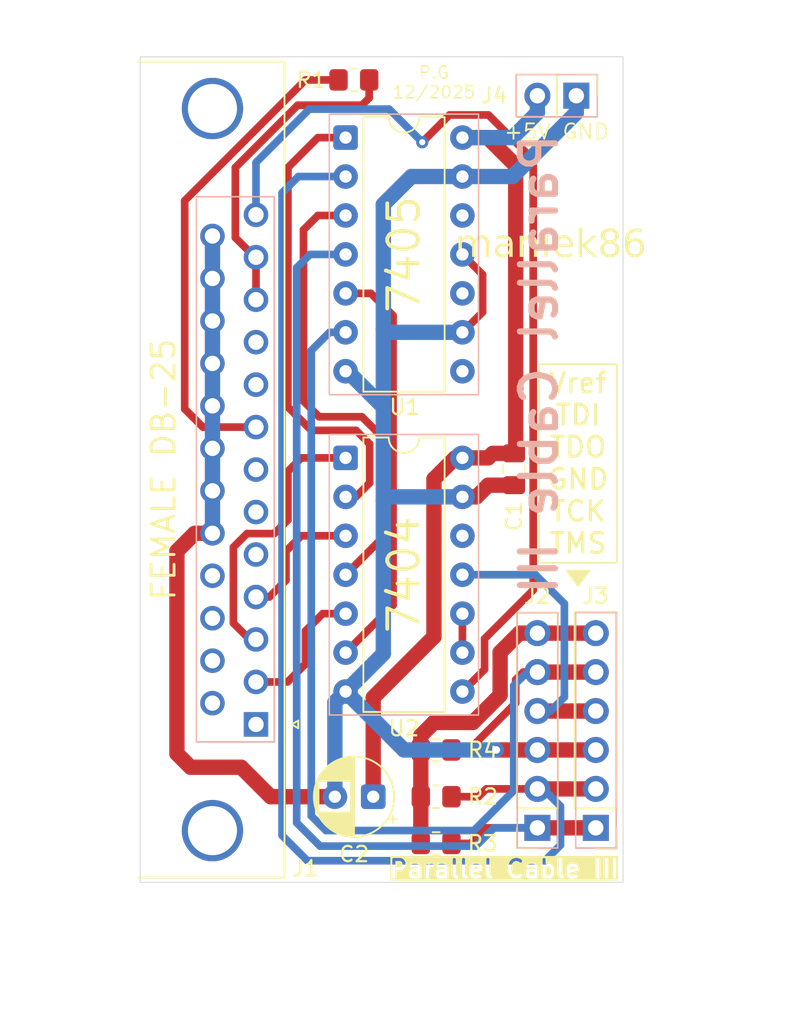
<source format=kicad_pcb>
(kicad_pcb (version 20241229) (generator "pcbnew") (generator_version "9.0")
  (layers (0 "F.Cu" signal) (2 "B.Cu" signal) (13 "F.Paste" user) (15 "B.Paste" user) (5 "F.SilkS" user "F.Silkscreen") (7 "B.SilkS" user "B.Silkscreen") (1 "F.Mask" user) (3 "B.Mask" user) (25 "Edge.Cuts" user))
  (net 0 "")
  (net 1 "+5V")
  (net 2 "GND")
  (net 4 "/LPT_TDO")
  (net 5 "/LPT_TMS")
  (net 10 "/LPT_TCK")
  (net 13 "Net-(J1-Pad8)")
  (net 16 "Net-(J1-Pad11)")
  (net 19 "/LPT_TDI")
  (net 21 "Vref")
  (net 22 "/TMS")
  (net 23 "/TCK")
  (net 24 "/TDO")
  (net 25 "/TDI")
  (net 29 "Net-(U1-Pad3)")
  (net 30 "Net-(U1-Pad5)")
  (net 31 "Net-(U1-Pad1)")
  (net 33 "Net-(U2-Pad10)")
  (footprint "Resistor_SMD:R_0805_2012Metric_Pad1.20x1.40mm_HandSolder" (layer "F.Cu") (at 171.085 121.936)
    (property "Reference" "R2" (at 3.048 0 0) (layer "F.SilkS"))
    (property "Value" "470")
    (fp_line (start -0.227064 -0.735) (end 0.227064 -0.735) (stroke (width 0.12)) (layer "F.SilkS"))
    (fp_line (start -0.227064 0.735) (end 0.227064 0.735) (stroke (width 0.12)) (layer "F.SilkS"))
    (pad "1" smd roundrect (at -1 0) (size 1.2 1.4) (layers "F.Cu" "F.Mask" "F.Paste") (roundrect_rratio 0.208333) (net 21 "Vref"))
    (pad "2" smd roundrect (at 1 0) (size 1.2 1.4) (layers "F.Cu" "F.Mask" "F.Paste") (roundrect_rratio 0.208333) (net 23 "/TCK"))
  )
  (footprint "Resistor_SMD:R_0805_2012Metric_Pad1.20x1.40mm_HandSolder" (layer "F.Cu") (at 171.085 124.984)
    (property "Reference" "R3" (at 3.032 0 0) (layer "F.SilkS"))
    (property "Value" "470")
    (fp_line (start -0.227064 -0.735) (end 0.227064 -0.735) (stroke (width 0.12)) (layer "F.SilkS"))
    (fp_line (start -0.227064 0.735) (end 0.227064 0.735) (stroke (width 0.12)) (layer "F.SilkS"))
    (pad "1" smd roundrect (at -1 0) (size 1.2 1.4) (layers "F.Cu" "F.Mask" "F.Paste") (roundrect_rratio 0.208333) (net 21 "Vref"))
    (pad "2" smd roundrect (at 1 0) (size 1.2 1.4) (layers "F.Cu" "F.Mask" "F.Paste") (roundrect_rratio 0.208333) (net 22 "/TMS"))
  )
  (footprint "Resistor_SMD:R_0805_2012Metric_Pad1.20x1.40mm_HandSolder" (layer "F.Cu") (at 171.085 118.888)
    (property "Reference" "R4" (at 3.048 0 0) (layer "F.SilkS"))
    (property "Value" "470")
    (fp_line (start -0.227064 -0.735) (end 0.227064 -0.735) (stroke (width 0.12)) (layer "F.SilkS"))
    (fp_line (start -0.227064 0.735) (end 0.227064 0.735) (stroke (width 0.12)) (layer "F.SilkS"))
    (pad "1" smd roundrect (at -1 0) (size 1.2 1.4) (layers "F.Cu" "F.Mask" "F.Paste") (roundrect_rratio 0.208333) (net 21 "Vref"))
    (pad "2" smd roundrect (at 1 0) (size 1.2 1.4) (layers "F.Cu" "F.Mask" "F.Paste") (roundrect_rratio 0.208333) (net 25 "/TDI"))
  )
  (footprint "Connector_PinHeader_2.54mm:PinHeader_1x06_P2.54mm_Vertical" (layer "F.Cu") (at 181.499 123.968 180)
    (property "Reference" "J3" (at 0.016 15.129 0) (layer "F.SilkS"))
    (property "Value" "Conn_01x06_Pin")
    (fp_line (start 1.38 1.27) (end 1.38 14.08) (stroke (width 0.12)) (layer "F.SilkS"))
    (fp_line (start -1.38 14.08) (end 1.38 14.08) (stroke (width 0.12)) (layer "F.SilkS"))
    (fp_line (start -1.38 1.27) (end 1.38 1.27) (stroke (width 0.12)) (layer "F.SilkS"))
    (fp_line (start -1.38 1.27) (end -1.38 14.08) (stroke (width 0.12)) (layer "F.SilkS"))
    (fp_line (start -1.38 0) (end -1.38 -1.38) (stroke (width 0.12)) (layer "F.SilkS"))
    (fp_line (start -1.38 -1.38) (end 0 -1.38) (stroke (width 0.12)) (layer "F.SilkS"))
    (pad "1" thru_hole rect (at 0 0 180) (size 1.7 1.7) (drill 1) (layers "*.Cu" "*.Mask") (net 22 "/TMS"))
    (pad "2" thru_hole circle (at 0 2.54 180) (size 1.7 1.7) (drill 1) (layers "*.Cu" "*.Mask") (net 23 "/TCK"))
    (pad "3" thru_hole circle (at 0 5.08 180) (size 1.7 1.7) (drill 1) (layers "*.Cu" "*.Mask") (net 2 "GND"))
    (pad "4" thru_hole circle (at 0 7.62 180) (size 1.7 1.7) (drill 1) (layers "*.Cu" "*.Mask") (net 24 "/TDO"))
    (pad "5" thru_hole circle (at 0 10.16 180) (size 1.7 1.7) (drill 1) (layers "*.Cu" "*.Mask") (net 25 "/TDI"))
    (pad "6" thru_hole circle (at 0 12.7 180) (size 1.7 1.7) (drill 1) (layers "*.Cu" "*.Mask") (net 21 "Vref"))
  )
  (footprint "Connector_PinHeader_2.54mm:PinHeader_1x02_P2.54mm_Vertical" (layer "F.Cu") (at 180.229 76.216 -90)
    (property "Reference" "J4" (at -0.016 5.35 0) (layer "F.SilkS"))
    (property "Value" "Conn_01x02_Pin")
    (fp_line (start -1.38 3.92) (end 1.38 3.92) (stroke (width 0.12)) (layer "F.SilkS"))
    (fp_line (start -1.38 1.27) (end -1.38 3.92) (stroke (width 0.12)) (layer "F.SilkS"))
    (fp_line (start -1.38 1.27) (end 1.38 1.27) (stroke (width 0.12)) (layer "F.SilkS"))
    (fp_line (start 1.38 1.27) (end 1.38 3.92) (stroke (width 0.12)) (layer "F.SilkS"))
    (fp_line (start -1.38 0) (end -1.38 -1.38) (stroke (width 0.12)) (layer "F.SilkS"))
    (fp_line (start -1.38 -1.38) (end 0 -1.38) (stroke (width 0.12)) (layer "F.SilkS"))
    (pad "1" thru_hole rect (at 0 0 270) (size 1.7 1.7) (drill 1) (layers "*.Cu" "*.Mask") (net 2 "GND"))
    (pad "2" thru_hole circle (at 0 2.54 270) (size 1.7 1.7) (drill 1) (layers "*.Cu" "*.Mask") (net 1 "+5V"))
  )
  (footprint "Package_DIP:DIP-14_W7.62mm" (layer "F.Cu") (at 165.1795 78.9465)
    (property "Reference" "U1" (at 3.8575 17.5735 0) (layer "F.SilkS"))
    (property "Value" "74LS05")
    (fp_line (start 1.16 -1.33) (end 1.16 16.57) (stroke (width 0.12)) (layer "F.SilkS"))
    (fp_line (start 1.16 16.57) (end 6.46 16.57) (stroke (width 0.12)) (layer "F.SilkS"))
    (fp_line (start 2.81 -1.33) (end 1.16 -1.33) (stroke (width 0.12)) (layer "F.SilkS"))
    (fp_line (start 6.46 -1.33) (end 4.81 -1.33) (stroke (width 0.12)) (layer "F.SilkS"))
    (fp_line (start 6.46 16.57) (end 6.46 -1.33) (stroke (width 0.12)) (layer "F.SilkS"))
    (fp_arc (start 4.81 -1.33) (mid 3.81 -0.33) (end 2.81 -1.33) (stroke (width 0.12)) (layer "F.SilkS"))
    (pad "1" thru_hole roundrect (at 0 0) (size 1.6 1.6) (drill 0.8) (layers "*.Cu" "*.Mask") (roundrect_rratio 0.15625) (net 31 "Net-(U1-Pad1)"))
    (pad "2" thru_hole circle (at 0 2.54) (size 1.6 1.6) (drill 0.8) (layers "*.Cu" "*.Mask") (net 23 "/TCK"))
    (pad "3" thru_hole circle (at 0 5.08) (size 1.6 1.6) (drill 0.8) (layers "*.Cu" "*.Mask") (net 29 "Net-(U1-Pad3)"))
    (pad "4" thru_hole circle (at 0 7.62) (size 1.6 1.6) (drill 0.8) (layers "*.Cu" "*.Mask") (net 22 "/TMS"))
    (pad "5" thru_hole circle (at 0 10.16) (size 1.6 1.6) (drill 0.8) (layers "*.Cu" "*.Mask") (net 30 "Net-(U1-Pad5)"))
    (pad "6" thru_hole circle (at 0 12.7) (size 1.6 1.6) (drill 0.8) (layers "*.Cu" "*.Mask") (net 25 "/TDI"))
    (pad "7" thru_hole circle (at 0 15.24) (size 1.6 1.6) (drill 0.8) (layers "*.Cu" "*.Mask") (net 2 "GND"))
    (pad "8" thru_hole circle (at 7.62 15.24) (size 1.6 1.6) (drill 0.8) (layers "*.Cu" "*.Mask"))
    (pad "9" thru_hole circle (at 7.62 12.7) (size 1.6 1.6) (drill 0.8) (layers "*.Cu" "*.Mask") (net 2 "GND"))
    (pad "10" thru_hole circle (at 7.62 10.16) (size 1.6 1.6) (drill 0.8) (layers "*.Cu" "*.Mask"))
    (pad "11" thru_hole circle (at 7.62 7.62) (size 1.6 1.6) (drill 0.8) (layers "*.Cu" "*.Mask") (net 2 "GND"))
    (pad "12" thru_hole circle (at 7.62 5.08) (size 1.6 1.6) (drill 0.8) (layers "*.Cu" "*.Mask"))
    (pad "13" thru_hole circle (at 7.62 2.54) (size 1.6 1.6) (drill 0.8) (layers "*.Cu" "*.Mask") (net 2 "GND"))
    (pad "14" thru_hole circle (at 7.62 0) (size 1.6 1.6) (drill 0.8) (layers "*.Cu" "*.Mask") (net 1 "+5V"))
  )
  (footprint "Resistor_SMD:R_0805_2012Metric_Pad1.20x1.40mm_HandSolder" (layer "F.Cu") (at 165.719 75.184)
    (property "Reference" "R1" (at -2.778 0 0) (layer "F.SilkS"))
    (property "Value" "100")
    (fp_line (start -0.227064 -0.735) (end 0.227064 -0.735) (stroke (width 0.12)) (layer "F.SilkS"))
    (fp_line (start -0.227064 0.735) (end 0.227064 0.735) (stroke (width 0.12)) (layer "F.SilkS"))
    (pad "1" smd roundrect (at -1 0) (size 1.2 1.4) (layers "F.Cu" "F.Mask" "F.Paste") (roundrect_rratio 0.208333) (net 13 "Net-(J1-Pad8)"))
    (pad "2" smd roundrect (at 1 0) (size 1.2 1.4) (layers "F.Cu" "F.Mask" "F.Paste") (roundrect_rratio 0.208333) (net 16 "Net-(J1-Pad11)"))
  )
  (footprint "Connector_Dsub:DSUB-25_Socket_Horizontal_P2.77x2.84mm_EdgePinOffset4.94mm_Housed_MountingHolesOffset4.94mm" (layer "F.Cu") (at 159.335331 117.22 -90)
    (property "Reference" "J1" (at 9.399 -3.224669 0) (layer "F.SilkS"))
    (property "Value" "DB25_Socket_MountingHoles")
    (fp_line (start -43.23 7.72) (end -43.23 -1.86) (stroke (width 0.12)) (layer "F.SilkS"))
    (fp_line (start -43.23 -1.86) (end 9.99 -1.86) (stroke (width 0.12)) (layer "F.SilkS"))
    (fp_line (start 9.99 -1.86) (end 9.99 7.72) (stroke (width 0.12)) (layer "F.SilkS"))
    (fp_line (start 0 -2.321325) (end -0.25 -2.754338) (stroke (width 0.12)) (layer "F.SilkS"))
    (fp_line (start -0.25 -2.754338) (end 0.25 -2.754338) (stroke (width 0.12)) (layer "F.SilkS"))
    (fp_line (start 0.25 -2.754338) (end 0 -2.321325) (stroke (width 0.12)) (layer "F.SilkS"))
    (pad "0" thru_hole circle (at -40.17 2.84 270) (size 4 4) (drill 3.2) (layers "*.Cu" "*.Mask"))
    (pad "0" thru_hole circle (at 6.93 2.84 270) (size 4 4) (drill 3.2) (layers "*.Cu" "*.Mask"))
    (pad "1" thru_hole rect (at 0 0 270) (size 1.6 1.6) (drill 1) (layers "*.Cu" "*.Mask"))
    (pad "2" thru_hole circle (at -2.77 0 270) (size 1.6 1.6) (drill 1) (layers "*.Cu" "*.Mask") (net 19 "/LPT_TDI"))
    (pad "3" thru_hole circle (at -5.54 0 270) (size 1.6 1.6) (drill 1) (layers "*.Cu" "*.Mask") (net 10 "/LPT_TCK"))
    (pad "4" thru_hole circle (at -8.31 0 270) (size 1.6 1.6) (drill 1) (layers "*.Cu" "*.Mask") (net 5 "/LPT_TMS"))
    (pad "5" thru_hole circle (at -11.08 0 270) (size 1.6 1.6) (drill 1) (layers "*.Cu" "*.Mask"))
    (pad "6" thru_hole circle (at -13.85 0 270) (size 1.6 1.6) (drill 1) (layers "*.Cu" "*.Mask"))
    (pad "7" thru_hole circle (at -16.62 0 270) (size 1.6 1.6) (drill 1) (layers "*.Cu" "*.Mask"))
    (pad "8" thru_hole circle (at -19.39 0 270) (size 1.6 1.6) (drill 1) (layers "*.Cu" "*.Mask") (net 13 "Net-(J1-Pad8)"))
    (pad "9" thru_hole circle (at -22.16 0 270) (size 1.6 1.6) (drill 1) (layers "*.Cu" "*.Mask"))
    (pad "10" thru_hole circle (at -24.93 0 270) (size 1.6 1.6) (drill 1) (layers "*.Cu" "*.Mask"))
    (pad "11" thru_hole circle (at -27.7 0 270) (size 1.6 1.6) (drill 1) (layers "*.Cu" "*.Mask") (net 16 "Net-(J1-Pad11)"))
    (pad "12" thru_hole circle (at -30.47 0 270) (size 1.6 1.6) (drill 1) (layers "*.Cu" "*.Mask") (net 16 "Net-(J1-Pad11)"))
    (pad "13" thru_hole circle (at -33.24 0 270) (size 1.6 1.6) (drill 1) (layers "*.Cu" "*.Mask") (net 4 "/LPT_TDO"))
    (pad "14" thru_hole circle (at -1.385 2.84 270) (size 1.6 1.6) (drill 1) (layers "*.Cu" "*.Mask"))
    (pad "15" thru_hole circle (at -4.155 2.84 270) (size 1.6 1.6) (drill 1) (layers "*.Cu" "*.Mask"))
    (pad "16" thru_hole circle (at -6.925 2.84 270) (size 1.6 1.6) (drill 1) (layers "*.Cu" "*.Mask"))
    (pad "17" thru_hole circle (at -9.695 2.84 270) (size 1.6 1.6) (drill 1) (layers "*.Cu" "*.Mask"))
    (pad "18" thru_hole circle (at -12.465 2.84 270) (size 1.6 1.6) (drill 1) (layers "*.Cu" "*.Mask") (net 2 "GND"))
    (pad "19" thru_hole circle (at -15.235 2.84 270) (size 1.6 1.6) (drill 1) (layers "*.Cu" "*.Mask") (net 2 "GND"))
    (pad "20" thru_hole circle (at -18.005 2.84 270) (size 1.6 1.6) (drill 1) (layers "*.Cu" "*.Mask") (net 2 "GND"))
    (pad "21" thru_hole circle (at -20.775 2.84 270) (size 1.6 1.6) (drill 1) (layers "*.Cu" "*.Mask") (net 2 "GND"))
    (pad "22" thru_hole circle (at -23.545 2.84 270) (size 1.6 1.6) (drill 1) (layers "*.Cu" "*.Mask") (net 2 "GND"))
    (pad "23" thru_hole circle (at -26.315 2.84 270) (size 1.6 1.6) (drill 1) (layers "*.Cu" "*.Mask") (net 2 "GND"))
    (pad "24" thru_hole circle (at -29.085 2.84 270) (size 1.6 1.6) (drill 1) (layers "*.Cu" "*.Mask") (net 2 "GND"))
    (pad "25" thru_hole circle (at -31.855 2.84 270) (size 1.6 1.6) (drill 1) (layers "*.Cu" "*.Mask") (net 2 "GND"))
  )
  (footprint "Connector_PinSocket_2.54mm:PinSocket_1x06_P2.54mm_Vertical" (layer "F.Cu") (at 177.689 123.968 180)
    (property "Reference" "J2" (at 0 15.129 0) (layer "F.SilkS"))
    (property "Value" "Conn_01x06_Socket")
    (fp_line (start 1.33 1.27) (end 1.33 14.03) (stroke (width 0.12)) (layer "F.SilkS"))
    (fp_line (start 1.33 -1.33) (end 1.33 0) (stroke (width 0.12)) (layer "F.SilkS"))
    (fp_line (start 0 -1.33) (end 1.33 -1.33) (stroke (width 0.12)) (layer "F.SilkS"))
    (fp_line (start -1.33 14.03) (end 1.33 14.03) (stroke (width 0.12)) (layer "F.SilkS"))
    (fp_line (start -1.33 1.27) (end 1.33 1.27) (stroke (width 0.12)) (layer "F.SilkS"))
    (fp_line (start -1.33 1.27) (end -1.33 14.03) (stroke (width 0.12)) (layer "F.SilkS"))
    (pad "1" thru_hole rect (at 0 0 180) (size 1.7 1.7) (drill 1) (layers "*.Cu" "*.Mask") (net 22 "/TMS"))
    (pad "2" thru_hole circle (at 0 2.54 180) (size 1.7 1.7) (drill 1) (layers "*.Cu" "*.Mask") (net 23 "/TCK"))
    (pad "3" thru_hole circle (at 0 5.08 180) (size 1.7 1.7) (drill 1) (layers "*.Cu" "*.Mask") (net 2 "GND"))
    (pad "4" thru_hole circle (at 0 7.62 180) (size 1.7 1.7) (drill 1) (layers "*.Cu" "*.Mask") (net 24 "/TDO"))
    (pad "5" thru_hole circle (at 0 10.16 180) (size 1.7 1.7) (drill 1) (layers "*.Cu" "*.Mask") (net 25 "/TDI"))
    (pad "6" thru_hole circle (at 0 12.7 180) (size 1.7 1.7) (drill 1) (layers "*.Cu" "*.Mask") (net 21 "Vref"))
  )
  (footprint "Capacitor_SMD:C_0805_2012Metric_Pad1.18x1.45mm_HandSolder" (layer "F.Cu") (at 176.165 100.5785 -90)
    (property "Reference" "C1" (at 3.0695 0 90) (layer "F.SilkS"))
    (property "Value" "100n")
    (fp_line (start -0.261252 0.735) (end 0.261252 0.735) (stroke (width 0.12)) (layer "F.SilkS"))
    (fp_line (start -0.261252 -0.735) (end 0.261252 -0.735) (stroke (width 0.12)) (layer "F.SilkS"))
    (pad "1" smd roundrect (at -1.0375 0 270) (size 1.175 1.45) (layers "F.Cu" "F.Mask" "F.Paste") (roundrect_rratio 0.212766) (net 1 "+5V"))
    (pad "2" smd roundrect (at 1.0375 0 270) (size 1.175 1.45) (layers "F.Cu" "F.Mask" "F.Paste") (roundrect_rratio 0.212766) (net 2 "GND"))
  )
  (footprint "Capacitor_THT:CP_Radial_D5.0mm_P2.50mm" (layer "F.Cu") (at 166.981 121.936 180)
    (property "Reference" "C2" (at 1.25 -3.75 0) (layer "F.SilkS"))
    (property "Value" "10u")
    (fp_line (start 3.85 -0.283) (end 3.85 0.283) (stroke (width 0.12)) (layer "F.SilkS"))
    (fp_line (start 3.81 -0.517) (end 3.81 0.517) (stroke (width 0.12)) (layer "F.SilkS"))
    (fp_line (start 3.77 -0.677) (end 3.77 0.677) (stroke (width 0.12)) (layer "F.SilkS"))
    (fp_line (start 3.73 -0.805) (end 3.73 0.805) (stroke (width 0.12)) (layer "F.SilkS"))
    (fp_line (start 3.69 -0.914) (end 3.69 0.914) (stroke (width 0.12)) (layer "F.SilkS"))
    (fp_line (start 3.65 -1.011) (end 3.65 1.011) (stroke (width 0.12)) (layer "F.SilkS"))
    (fp_line (start 3.61 -1.098) (end 3.61 1.098) (stroke (width 0.12)) (layer "F.SilkS"))
    (fp_line (start 3.57 -1.177) (end 3.57 1.177) (stroke (width 0.12)) (layer "F.SilkS"))
    (fp_line (start 3.53 1.04) (end 3.53 1.251) (stroke (width 0.12)) (layer "F.SilkS"))
    (fp_line (start 3.53 -1.251) (end 3.53 -1.04) (stroke (width 0.12)) (layer "F.SilkS"))
    (fp_line (start 3.49 1.04) (end 3.49 1.319) (stroke (width 0.12)) (layer "F.SilkS"))
    (fp_line (start 3.49 -1.319) (end 3.49 -1.04) (stroke (width 0.12)) (layer "F.SilkS"))
    (fp_line (start 3.45 1.04) (end 3.45 1.383) (stroke (width 0.12)) (layer "F.SilkS"))
    (fp_line (start 3.45 -1.383) (end 3.45 -1.04) (stroke (width 0.12)) (layer "F.SilkS"))
    (fp_line (start 3.41 1.04) (end 3.41 1.443) (stroke (width 0.12)) (layer "F.SilkS"))
    (fp_line (start 3.41 -1.443) (end 3.41 -1.04) (stroke (width 0.12)) (layer "F.SilkS"))
    (fp_line (start 3.37 1.04) (end 3.37 1.499) (stroke (width 0.12)) (layer "F.SilkS"))
    (fp_line (start 3.37 -1.499) (end 3.37 -1.04) (stroke (width 0.12)) (layer "F.SilkS"))
    (fp_line (start 3.33 1.04) (end 3.33 1.553) (stroke (width 0.12)) (layer "F.SilkS"))
    (fp_line (start 3.33 -1.553) (end 3.33 -1.04) (stroke (width 0.12)) (layer "F.SilkS"))
    (fp_line (start 3.29 1.04) (end 3.29 1.604) (stroke (width 0.12)) (layer "F.SilkS"))
    (fp_line (start 3.29 -1.604) (end 3.29 -1.04) (stroke (width 0.12)) (layer "F.SilkS"))
    (fp_line (start 3.25 1.04) (end 3.25 1.652) (stroke (width 0.12)) (layer "F.SilkS"))
    (fp_line (start 3.25 -1.652) (end 3.25 -1.04) (stroke (width 0.12)) (layer "F.SilkS"))
    (fp_line (start 3.21 1.04) (end 3.21 1.699) (stroke (width 0.12)) (layer "F.SilkS"))
    (fp_line (start 3.21 -1.699) (end 3.21 -1.04) (stroke (width 0.12)) (layer "F.SilkS"))
    (fp_line (start 3.17 1.04) (end 3.17 1.743) (stroke (width 0.12)) (layer "F.SilkS"))
    (fp_line (start 3.17 -1.743) (end 3.17 -1.04) (stroke (width 0.12)) (layer "F.SilkS"))
    (fp_line (start 3.13 1.04) (end 3.13 1.785) (stroke (width 0.12)) (layer "F.SilkS"))
    (fp_line (start 3.13 -1.785) (end 3.13 -1.04) (stroke (width 0.12)) (layer "F.SilkS"))
    (fp_line (start 3.09 1.04) (end 3.09 1.825) (stroke (width 0.12)) (layer "F.SilkS"))
    (fp_line (start 3.09 -1.825) (end 3.09 -1.04) (stroke (width 0.12)) (layer "F.SilkS"))
    (fp_line (start 3.05 1.04) (end 3.05 1.864) (stroke (width 0.12)) (layer "F.SilkS"))
    (fp_line (start 3.05 -1.864) (end 3.05 -1.04) (stroke (width 0.12)) (layer "F.SilkS"))
    (fp_line (start 3.01 1.04) (end 3.01 1.901) (stroke (width 0.12)) (layer "F.SilkS"))
    (fp_line (start 3.01 -1.901) (end 3.01 -1.04) (stroke (width 0.12)) (layer "F.SilkS"))
    (fp_line (start 2.97 1.04) (end 2.97 1.936) (stroke (width 0.12)) (layer "F.SilkS"))
    (fp_line (start 2.97 -1.936) (end 2.97 -1.04) (stroke (width 0.12)) (layer "F.SilkS"))
    (fp_line (start 2.93 1.04) (end 2.93 1.97) (stroke (width 0.12)) (layer "F.SilkS"))
    (fp_line (start 2.93 -1.97) (end 2.93 -1.04) (stroke (width 0.12)) (layer "F.SilkS"))
    (fp_line (start 2.89 1.04) (end 2.89 2.003) (stroke (width 0.12)) (layer "F.SilkS"))
    (fp_line (start 2.89 -2.003) (end 2.89 -1.04) (stroke (width 0.12)) (layer "F.SilkS"))
    (fp_line (start 2.85 1.04) (end 2.85 2.035) (stroke (width 0.12)) (layer "F.SilkS"))
    (fp_line (start 2.85 -2.035) (end 2.85 -1.04) (stroke (width 0.12)) (layer "F.SilkS"))
    (fp_line (start 2.81 1.04) (end 2.81 2.065) (stroke (width 0.12)) (layer "F.SilkS"))
    (fp_line (start 2.81 -2.065) (end 2.81 -1.04) (stroke (width 0.12)) (layer "F.SilkS"))
    (fp_line (start 2.77 1.04) (end 2.77 2.094) (stroke (width 0.12)) (layer "F.SilkS"))
    (fp_line (start 2.77 -2.094) (end 2.77 -1.04) (stroke (width 0.12)) (layer "F.SilkS"))
    (fp_line (start 2.73 1.04) (end 2.73 2.122) (stroke (width 0.12)) (layer "F.SilkS"))
    (fp_line (start 2.73 -2.122) (end 2.73 -1.04) (stroke (width 0.12)) (layer "F.SilkS"))
    (fp_line (start 2.69 1.04) (end 2.69 2.149) (stroke (width 0.12)) (layer "F.SilkS"))
    (fp_line (start 2.69 -2.149) (end 2.69 -1.04) (stroke (width 0.12)) (layer "F.SilkS"))
    (fp_line (start 2.65 1.04) (end 2.65 2.175) (stroke (width 0.12)) (layer "F.SilkS"))
    (fp_line (start 2.65 -2.175) (end 2.65 -1.04) (stroke (width 0.12)) (layer "F.SilkS"))
    (fp_line (start 2.61 1.04) (end 2.61 2.199) (stroke (width 0.12)) (layer "F.SilkS"))
    (fp_line (start 2.61 -2.199) (end 2.61 -1.04) (stroke (width 0.12)) (layer "F.SilkS"))
    (fp_line (start 2.57 1.04) (end 2.57 2.223) (stroke (width 0.12)) (layer "F.SilkS"))
    (fp_line (start 2.57 -2.223) (end 2.57 -1.04) (stroke (width 0.12)) (layer "F.SilkS"))
    (fp_line (start 2.53 1.04) (end 2.53 2.246) (stroke (width 0.12)) (layer "F.SilkS"))
    (fp_line (start 2.53 -2.246) (end 2.53 -1.04) (stroke (width 0.12)) (layer "F.SilkS"))
    (fp_line (start 2.49 1.04) (end 2.49 2.268) (stroke (width 0.12)) (layer "F.SilkS"))
    (fp_line (start 2.49 -2.268) (end 2.49 -1.04) (stroke (width 0.12)) (layer "F.SilkS"))
    (fp_line (start 2.45 1.04) (end 2.45 2.289) (stroke (width 0.12)) (layer "F.SilkS"))
    (fp_line (start 2.45 -2.289) (end 2.45 -1.04) (stroke (width 0.12)) (layer "F.SilkS"))
    (fp_line (start 2.41 1.04) (end 2.41 2.309) (stroke (width 0.12)) (layer "F.SilkS"))
    (fp_line (start 2.41 -2.309) (end 2.41 -1.04) (stroke (width 0.12)) (layer "F.SilkS"))
    (fp_line (start 2.37 1.04) (end 2.37 2.329) (stroke (width 0.12)) (layer "F.SilkS"))
    (fp_line (start 2.37 -2.329) (end 2.37 -1.04) (stroke (width 0.12)) (layer "F.SilkS"))
    (fp_line (start 2.33 1.04) (end 2.33 2.347) (stroke (width 0.12)) (layer "F.SilkS"))
    (fp_line (start 2.33 -2.347) (end 2.33 -1.04) (stroke (width 0.12)) (layer "F.SilkS"))
    (fp_line (start 2.29 1.04) (end 2.29 2.365) (stroke (width 0.12)) (layer "F.SilkS"))
    (fp_line (start 2.29 -2.365) (end 2.29 -1.04) (stroke (width 0.12)) (layer "F.SilkS"))
    (fp_line (start 2.25 1.04) (end 2.25 2.382) (stroke (width 0.12)) (layer "F.SilkS"))
    (fp_line (start 2.25 -2.382) (end 2.25 -1.04) (stroke (width 0.12)) (layer "F.SilkS"))
    (fp_line (start 2.21 1.04) (end 2.21 2.398) (stroke (width 0.12)) (layer "F.SilkS"))
    (fp_line (start 2.21 -2.398) (end 2.21 -1.04) (stroke (width 0.12)) (layer "F.SilkS"))
    (fp_line (start 2.17 1.04) (end 2.17 2.413) (stroke (width 0.12)) (layer "F.SilkS"))
    (fp_line (start 2.17 -2.413) (end 2.17 -1.04) (stroke (width 0.12)) (layer "F.SilkS"))
    (fp_line (start 2.13 1.04) (end 2.13 2.428) (stroke (width 0.12)) (layer "F.SilkS"))
    (fp_line (start 2.13 -2.428) (end 2.13 -1.04) (stroke (width 0.12)) (layer "F.SilkS"))
    (fp_line (start 2.09 1.04) (end 2.09 2.442) (stroke (width 0.12)) (layer "F.SilkS"))
    (fp_line (start 2.09 -2.442) (end 2.09 -1.04) (stroke (width 0.12)) (layer "F.SilkS"))
    (fp_line (start 2.05 1.04) (end 2.05 2.455) (stroke (width 0.12)) (layer "F.SilkS"))
    (fp_line (start 2.05 -2.455) (end 2.05 -1.04) (stroke (width 0.12)) (layer "F.SilkS"))
    (fp_line (start 2.01 1.04) (end 2.01 2.467) (stroke (width 0.12)) (layer "F.SilkS"))
    (fp_line (start 2.01 -2.467) (end 2.01 -1.04) (stroke (width 0.12)) (layer "F.SilkS"))
    (fp_line (start 1.97 1.04) (end 1.97 2.479) (stroke (width 0.12)) (layer "F.SilkS"))
    (fp_line (start 1.97 -2.479) (end 1.97 -1.04) (stroke (width 0.12)) (layer "F.SilkS"))
    (fp_line (start 1.93 1.04) (end 1.93 2.49) (stroke (width 0.12)) (layer "F.SilkS"))
    (fp_line (start 1.93 -2.49) (end 1.93 -1.04) (stroke (width 0.12)) (layer "F.SilkS"))
    (fp_line (start 1.89 1.04) (end 1.89 2.501) (stroke (width 0.12)) (layer "F.SilkS"))
    (fp_line (start 1.89 -2.501) (end 1.89 -1.04) (stroke (width 0.12)) (layer "F.SilkS"))
    (fp_line (start 1.85 1.04) (end 1.85 2.51) (stroke (width 0.12)) (layer "F.SilkS"))
    (fp_line (start 1.85 -2.51) (end 1.85 -1.04) (stroke (width 0.12)) (layer "F.SilkS"))
    (fp_line (start 1.81 1.04) (end 1.81 2.519) (stroke (width 0.12)) (layer "F.SilkS"))
    (fp_line (start 1.81 -2.519) (end 1.81 -1.04) (stroke (width 0.12)) (layer "F.SilkS"))
    (fp_line (start 1.77 1.04) (end 1.77 2.528) (stroke (width 0.12)) (layer "F.SilkS"))
    (fp_line (start 1.77 -2.528) (end 1.77 -1.04) (stroke (width 0.12)) (layer "F.SilkS"))
    (fp_line (start 1.73 1.04) (end 1.73 2.536) (stroke (width 0.12)) (layer "F.SilkS"))
    (fp_line (start 1.73 -2.536) (end 1.73 -1.04) (stroke (width 0.12)) (layer "F.SilkS"))
    (fp_line (start 1.69 1.04) (end 1.69 2.543) (stroke (width 0.12)) (layer "F.SilkS"))
    (fp_line (start 1.69 -2.543) (end 1.69 -1.04) (stroke (width 0.12)) (layer "F.SilkS"))
    (fp_line (start 1.65 1.04) (end 1.65 2.549) (stroke (width 0.12)) (layer "F.SilkS"))
    (fp_line (start 1.65 -2.549) (end 1.65 -1.04) (stroke (width 0.12)) (layer "F.SilkS"))
    (fp_line (start 1.61 1.04) (end 1.61 2.555) (stroke (width 0.12)) (layer "F.SilkS"))
    (fp_line (start 1.61 -2.555) (end 1.61 -1.04) (stroke (width 0.12)) (layer "F.SilkS"))
    (fp_line (start 1.57 1.04) (end 1.57 2.56) (stroke (width 0.12)) (layer "F.SilkS"))
    (fp_line (start 1.57 -2.56) (end 1.57 -1.04) (stroke (width 0.12)) (layer "F.SilkS"))
    (fp_line (start 1.53 1.04) (end 1.53 2.565) (stroke (width 0.12)) (layer "F.SilkS"))
    (fp_line (start 1.53 -2.565) (end 1.53 -1.04) (stroke (width 0.12)) (layer "F.SilkS"))
    (fp_line (start 1.49 1.04) (end 1.49 2.569) (stroke (width 0.12)) (layer "F.SilkS"))
    (fp_line (start 1.49 -2.569) (end 1.49 -1.04) (stroke (width 0.12)) (layer "F.SilkS"))
    (fp_line (start 1.45 -2.572) (end 1.45 2.572) (stroke (width 0.12)) (layer "F.SilkS"))
    (fp_line (start 1.41 -2.575) (end 1.41 2.575) (stroke (width 0.12)) (layer "F.SilkS"))
    (fp_line (start 1.37 -2.577) (end 1.37 2.577) (stroke (width 0.12)) (layer "F.SilkS"))
    (fp_line (start 1.33 -2.579) (end 1.33 2.579) (stroke (width 0.12)) (layer "F.SilkS"))
    (fp_line (start 1.29 -2.58) (end 1.29 2.58) (stroke (width 0.12)) (layer "F.SilkS"))
    (fp_line (start 1.25 -2.58) (end 1.25 2.58) (stroke (width 0.12)) (layer "F.SilkS"))
    (fp_line (start -1.304775 -1.725) (end -1.304775 -1.225) (stroke (width 0.12)) (layer "F.SilkS"))
    (fp_line (start -1.554775 -1.475) (end -1.054775 -1.475) (stroke (width 0.12)) (layer "F.SilkS"))
    (fp_circle (center 1.25 0) (end 3.87 0) (stroke (width 0.12)) (fill no) (layer "F.SilkS"))
    (pad "1" thru_hole roundrect (at 0 0 180) (size 1.6 1.6) (drill 0.8) (layers "*.Cu" "*.Mask") (roundrect_rratio 0.15625) (net 1 "+5V"))
    (pad "2" thru_hole circle (at 2.5 0 180) (size 1.6 1.6) (drill 0.8) (layers "*.Cu" "*.Mask") (net 2 "GND"))
  )
  (footprint "Package_DIP:DIP-14_W7.62mm" (layer "F.Cu") (at 165.1795 99.838)
    (property "Reference" "U2" (at 3.805 17.637 0) (layer "F.SilkS"))
    (property "Value" "74LS04")
    (fp_line (start 1.16 -1.33) (end 1.16 16.57) (stroke (width 0.12)) (layer "F.SilkS"))
    (fp_line (start 1.16 16.57) (end 6.46 16.57) (stroke (width 0.12)) (layer "F.SilkS"))
    (fp_line (start 2.81 -1.33) (end 1.16 -1.33) (stroke (width 0.12)) (layer "F.SilkS"))
    (fp_line (start 6.46 -1.33) (end 4.81 -1.33) (stroke (width 0.12)) (layer "F.SilkS"))
    (fp_line (start 6.46 16.57) (end 6.46 -1.33) (stroke (width 0.12)) (layer "F.SilkS"))
    (fp_arc (start 4.81 -1.33) (mid 3.81 -0.33) (end 2.81 -1.33) (stroke (width 0.12)) (layer "F.SilkS"))
    (pad "1" thru_hole roundrect (at 0 0) (size 1.6 1.6) (drill 0.8) (layers "*.Cu" "*.Mask") (roundrect_rratio 0.15625) (net 10 "/LPT_TCK"))
    (pad "2" thru_hole circle (at 0 2.54) (size 1.6 1.6) (drill 0.8) (layers "*.Cu" "*.Mask") (net 31 "Net-(U1-Pad1)"))
    (pad "3" thru_hole circle (at 0 5.08) (size 1.6 1.6) (drill 0.8) (layers "*.Cu" "*.Mask") (net 5 "/LPT_TMS"))
    (pad "4" thru_hole circle (at 0 7.62) (size 1.6 1.6) (drill 0.8) (layers "*.Cu" "*.Mask") (net 29 "Net-(U1-Pad3)"))
    (pad "5" thru_hole circle (at 0 10.16) (size 1.6 1.6) (drill 0.8) (layers "*.Cu" "*.Mask") (net 19 "/LPT_TDI"))
    (pad "6" thru_hole circle (at 0 12.7) (size 1.6 1.6) (drill 0.8) (layers "*.Cu" "*.Mask") (net 30 "Net-(U1-Pad5)"))
    (pad "7" thru_hole circle (at 0 15.24) (size 1.6 1.6) (drill 0.8) (layers "*.Cu" "*.Mask") (net 2 "GND"))
    (pad "8" thru_hole circle (at 7.62 15.24) (size 1.6 1.6) (drill 0.8) (layers "*.Cu" "*.Mask") (net 4 "/LPT_TDO"))
    (pad "9" thru_hole circle (at 7.62 12.7) (size 1.6 1.6) (drill 0.8) (layers "*.Cu" "*.Mask") (net 33 "Net-(U2-Pad10)"))
    (pad "10" thru_hole circle (at 7.62 10.16) (size 1.6 1.6) (drill 0.8) (layers "*.Cu" "*.Mask") (net 33 "Net-(U2-Pad10)"))
    (pad "11" thru_hole circle (at 7.62 7.62) (size 1.6 1.6) (drill 0.8) (layers "*.Cu" "*.Mask") (net 24 "/TDO"))
    (pad "12" thru_hole circle (at 7.62 5.08) (size 1.6 1.6) (drill 0.8) (layers "*.Cu" "*.Mask"))
    (pad "13" thru_hole circle (at 7.62 2.54) (size 1.6 1.6) (drill 0.8) (layers "*.Cu" "*.Mask") (net 2 "GND"))
    (pad "14" thru_hole circle (at 7.62 0) (size 1.6 1.6) (drill 0.8) (layers "*.Cu" "*.Mask") (net 1 "+5V"))
  )
  (gr_rect (start 177.8 93.726) (end 182.88 106.68) (stroke (width 0.1)) (fill no) (layer "F.SilkS"))
  (gr_poly (pts (xy 179.578 107.188) (xy 180.34 108.204) (xy 181.102 107.188)) (stroke (width 0.1)) (fill yes) (layer "F.SilkS"))
  (gr_rect (start 155.448 82.804) (end 160.528 118.364) (stroke (width 0.1)) (fill no) (layer "B.SilkS"))
  (gr_rect (start 176.3776 109.9312) (end 179.0192 125.2828) (stroke (width 0.1)) (fill no) (layer "B.SilkS"))
  (gr_rect (start 164.1195 77.4165) (end 173.8495 95.7165) (stroke (width 0.1)) (fill no) (layer "B.SilkS"))
  (gr_rect (start 176.309 74.836) (end 181.5996 77.596) (stroke (width 0.1)) (fill no) (layer "B.SilkS"))
  (gr_rect (start 164.1195 98.308) (end 173.8495 116.608) (stroke (width 0.1)) (fill no) (layer "B.SilkS"))
  (gr_rect (start 180.1876 109.9312) (end 182.8292 125.2828) (stroke (width 0.1)) (fill no) (layer "B.SilkS"))
  (gr_line (start 151.781 127.524) (end 183.277 127.524) (stroke (width 0.05)) (layer "Edge.Cuts"))
  (gr_line (start 183.277 73.676) (end 151.781 73.676) (stroke (width 0.05)) (layer "Edge.Cuts"))
  (gr_line (start 183.277 127.524) (end 183.277 73.676) (stroke (width 0.05)) (layer "Edge.Cuts"))
  (gr_line (start 151.781 73.676) (end 151.781 127.524) (stroke (width 0.05)) (layer "Edge.Cuts"))
  (gr_text "FEMALE DB-25" (at 153.305 100.6 90) (layer "F.SilkS") (effects (font (size 1.5 1.5) (thickness 0.1875))))
  (gr_text "7404" (at 168.9845 107.458 90) (layer "F.SilkS") (effects (font (size 2 2) (thickness 0.25))))
  (gr_text "maniek86" (at 178.562 85.979 0) (layer "F.SilkS") (effects (font (size 1.8 1.8) (thickness 0.1))))
  (gr_text "GND" (at 180.848 77.978 0) (layer "F.SilkS") (effects (font (size 1 1) (thickness 0.125)) (justify top)))
  (gr_text "P.G\n12/2025" (at 170.942 76.454 0) (layer "F.SilkS") (effects (font (size 0.8 0.8) (thickness 0.1)) (justify bottom)))
  (gr_text "+5V" (at 177.038 77.978 0) (layer "F.SilkS") (effects (font (size 1 1) (thickness 0.125)) (justify top)))
  (gr_text "Parallel Cable III" (at 183.134 127.33 0) (layer "F.SilkS" knockout) (effects (font (size 1.15 1.15) (thickness 0.2) (bold yes)) (justify right bottom)))
  (gr_text "Vref\nTDI\nTDO\nGND\nTCK\nTMS" (at 180.34 106.172 0) (layer "F.SilkS") (effects (font (size 1.3 1.3) (thickness 0.2)) (justify bottom)))
  (gr_text "7405" (at 168.9845 86.5665 90) (layer "F.SilkS") (effects (font (size 2 2) (thickness 0.25))))
  (gr_text "Parallel Cable III" (at 177.8 93.726 90) (layer "B.SilkS") (effects (font (size 2.3 2.3) (thickness 0.4) (bold yes)) (justify mirror)))
  (segment (start 172.7995 99.838) (end 172.323 99.838) (width 1) (layer "F.Cu") (net 1))
  (segment (start 174.779 99.541) (end 174.482 99.838) (width 1) (layer "F.Cu") (net 1))
  (segment (start 166.981 115.467) (end 166.981 121.936) (width 1) (layer "F.Cu") (net 1))
  (segment (start 172.323 99.838) (end 170.942 101.219) (width 1) (layer "F.Cu") (net 1))
  (segment (start 176.165 99.541) (end 174.779 99.541) (width 1) (layer "F.Cu") (net 1))
  (segment (start 170.942 111.506) (end 166.981 115.467) (width 1) (layer "F.Cu") (net 1))
  (segment (start 170.942 101.219) (end 170.942 111.506) (width 1) (layer "F.Cu") (net 1))
  (segment (start 176.276 80.772) (end 176.276 99.43) (width 1) (layer "F.Cu") (net 1))
  (segment (start 176.276 99.43) (end 176.165 99.541) (width 1) (layer "F.Cu") (net 1))
  (segment (start 172.7995 78.9465) (end 174.4505 78.9465) (width 1) (layer "F.Cu") (net 1))
  (segment (start 174.4505 78.9465) (end 176.276 80.772) (width 1) (layer "F.Cu") (net 1))
  (segment (start 174.482 99.838) (end 172.7995 99.838) (width 1) (layer "F.Cu") (net 1))
  (segment (start 176.0695 78.9465) (end 172.7995 78.9465) (width 1) (layer "B.Cu") (net 1))
  (segment (start 177.689 77.327) (end 176.0695 78.9465) (width 1) (layer "B.Cu") (net 1))
  (segment (start 177.689 76.216) (end 177.689 77.327) (width 1) (layer "B.Cu") (net 1))
  (segment (start 164.481 121.936) (end 160.29 121.936) (width 1) (layer "F.Cu") (net 2))
  (segment (start 155.341 104.755) (end 156.495331 104.755) (width 1) (layer "F.Cu") (net 2))
  (segment (start 174.482 101.616) (end 176.165 101.616) (width 1) (layer "F.Cu") (net 2))
  (segment (start 174.117 87.884) (end 174.117 90.329) (width 0.5) (layer "F.Cu") (net 2))
  (segment (start 177.689 118.888) (end 181.499 118.888) (width 1) (layer "F.Cu") (net 2))
  (segment (start 172.7995 102.378) (end 173.72 102.378) (width 1) (layer "F.Cu") (net 2))
  (segment (start 174.117 90.329) (end 172.7995 91.6465) (width 0.5) (layer "F.Cu") (net 2))
  (segment (start 154.178 119.126) (end 154.178 105.918) (width 1) (layer "F.Cu") (net 2))
  (segment (start 155.067 120.015) (end 154.178 119.126) (width 1) (layer "F.Cu") (net 2))
  (segment (start 173.72 102.378) (end 174.482 101.616) (width 1) (layer "F.Cu") (net 2))
  (segment (start 154.178 105.918) (end 155.341 104.755) (width 1) (layer "F.Cu") (net 2))
  (segment (start 158.369 120.015) (end 155.067 120.015) (width 1) (layer "F.Cu") (net 2))
  (segment (start 172.7995 86.5665) (end 174.117 87.884) (width 0.5) (layer "F.Cu") (net 2))
  (segment (start 160.29 121.936) (end 158.369 120.015) (width 1) (layer "F.Cu") (net 2))
  (segment (start 175.006 118.888) (end 177.689 118.888) (width 1) (layer "F.Cu") (net 2))
  (via (at 175.006 118.888) (size 1) (drill 0.5) (layers "F.Cu" "B.Cu") (net 2))
  (segment (start 167.64 96.52) (end 167.64 91.44) (width 1) (layer "B.Cu") (net 2))
  (segment (start 167.64 91.44) (end 167.64 83.312) (width 1) (layer "B.Cu") (net 2))
  (segment (start 172.7995 81.4865) (end 176.0695 81.4865) (width 1) (layer "B.Cu") (net 2))
  (segment (start 164.481 121.936) (end 164.481 115.7765) (width 1) (layer "B.Cu") (net 2))
  (segment (start 169.4655 81.4865) (end 172.7995 81.4865) (width 1) (layer "B.Cu") (net 2))
  (segment (start 167.64 96.52) (end 167.64 102.616) (width 1) (layer "B.Cu") (net 2))
  (segment (start 167.64 112.6175) (end 165.1795 115.078) (width 1) (layer "B.Cu") (net 2))
  (segment (start 172.7995 91.6465) (end 167.8465 91.6465) (width 1) (layer "B.Cu") (net 2))
  (segment (start 165.1795 94.1865) (end 165.3065 94.1865) (width 1) (layer "B.Cu") (net 2))
  (segment (start 180.229 77.327) (end 180.229 76.216) (width 1) (layer "B.Cu") (net 2))
  (segment (start 176.0695 81.4865) (end 180.229 77.327) (width 1) (layer "B.Cu") (net 2))
  (segment (start 167.878 102.378) (end 167.64 102.616) (width 1) (layer "B.Cu") (net 2))
  (segment (start 168.9895 118.888) (end 165.1795 115.078) (width 1) (layer "B.Cu") (net 2))
  (segment (start 165.3065 94.1865) (end 167.64 96.52) (width 1) (layer "B.Cu") (net 2))
  (segment (start 167.64 83.312) (end 169.4655 81.4865) (width 1) (layer "B.Cu") (net 2))
  (segment (start 164.481 115.7765) (end 165.1795 115.078) (width 1) (layer "B.Cu") (net 2))
  (segment (start 175.006 118.888) (end 168.9895 118.888) (width 1) (layer "B.Cu") (net 2))
  (segment (start 172.7995 102.378) (end 167.878 102.378) (width 1) (layer "B.Cu") (net 2))
  (segment (start 167.8465 91.6465) (end 167.64 91.44) (width 1) (layer "B.Cu") (net 2))
  (segment (start 156.495331 85.365) (end 156.495331 104.755) (width 1) (layer "B.Cu") (net 2))
  (segment (start 167.64 102.616) (end 167.64 112.6175) (width 1) (layer "B.Cu") (net 2))
  (segment (start 177.419 80.391) (end 177.419 108.458) (width 0.5) (layer "F.Cu") (net 4))
  (segment (start 174.244 111.633) (end 174.244 113.6335) (width 0.5) (layer "F.Cu") (net 4))
  (segment (start 174.498 77.47) (end 177.419 80.391) (width 0.5) (layer "F.Cu") (net 4))
  (segment (start 174.244 113.6335) (end 172.7995 115.078) (width 0.5) (layer "F.Cu") (net 4))
  (segment (start 171.958 77.47) (end 174.498 77.47) (width 0.5) (layer "F.Cu") (net 4))
  (segment (start 170.18 79.248) (end 171.958 77.47) (width 0.5) (layer "F.Cu") (net 4))
  (segment (start 177.419 108.458) (end 174.244 111.633) (width 0.5) (layer "F.Cu") (net 4))
  (via (at 170.18 79.248) (size 0.8) (drill 0.4) (layers "F.Cu" "B.Cu") (net 4))
  (segment (start 162.814 77.089) (end 168.021 77.089) (width 0.5) (layer "B.Cu") (net 4))
  (segment (start 159.335331 83.98) (end 159.335331 80.567669) (width 0.5) (layer "B.Cu") (net 4))
  (segment (start 168.021 77.089) (end 170.18 79.248) (width 0.5) (layer "B.Cu") (net 4))
  (segment (start 159.335331 80.567669) (end 162.814 77.089) (width 0.5) (layer "B.Cu") (net 4))
  (segment (start 162.29 104.918) (end 165.1795 104.918) (width 0.5) (layer "F.Cu") (net 5))
  (segment (start 159.335331 108.91) (end 160.203 108.91) (width 0.5) (layer "F.Cu") (net 5))
  (segment (start 161.29 107.823) (end 161.29 105.918) (width 0.5) (layer "F.Cu") (net 5))
  (segment (start 161.29 105.918) (end 162.29 104.918) (width 0.5) (layer "F.Cu") (net 5))
  (segment (start 160.203 108.91) (end 161.29 107.823) (width 0.5) (layer "F.Cu") (net 5))
  (segment (start 158.75 104.775) (end 160.528 104.775) (width 0.5) (layer "F.Cu") (net 10))
  (segment (start 162.29 99.838) (end 165.1795 99.838) (width 0.5) (layer "F.Cu") (net 10))
  (segment (start 159.335331 111.68) (end 158.924 111.68) (width 0.5) (layer "F.Cu") (net 10))
  (segment (start 158.924 111.68) (end 157.861 110.617) (width 0.5) (layer "F.Cu") (net 10))
  (segment (start 160.528 104.775) (end 161.417 103.886) (width 0.5) (layer "F.Cu") (net 10))
  (segment (start 157.861 110.617) (end 157.861 105.664) (width 0.5) (layer "F.Cu") (net 10))
  (segment (start 161.417 103.886) (end 161.417 100.711) (width 0.5) (layer "F.Cu") (net 10))
  (segment (start 157.861 105.664) (end 158.75 104.775) (width 0.5) (layer "F.Cu") (net 10))
  (segment (start 161.417 100.711) (end 162.29 99.838) (width 0.5) (layer "F.Cu") (net 10))
  (segment (start 154.686 96.647) (end 154.686 83.058) (width 0.5) (layer "F.Cu") (net 13))
  (segment (start 155.869 97.83) (end 154.686 96.647) (width 0.5) (layer "F.Cu") (net 13))
  (segment (start 159.335331 97.83) (end 155.869 97.83) (width 0.5) (layer "F.Cu") (net 13))
  (segment (start 162.56 75.184) (end 164.719 75.184) (width 0.5) (layer "F.Cu") (net 13))
  (segment (start 154.686 83.058) (end 162.56 75.184) (width 0.5) (layer "F.Cu") (net 13))
  (segment (start 166.243 76.835) (end 166.719 76.359) (width 0.5) (layer "F.Cu") (net 16))
  (segment (start 162.052 76.835) (end 166.243 76.835) (width 0.5) (layer "F.Cu") (net 16))
  (segment (start 159.267 86.75) (end 157.988 85.471) (width 0.5) (layer "F.Cu") (net 16))
  (segment (start 157.988 85.471) (end 157.988 80.899) (width 0.5) (layer "F.Cu") (net 16))
  (segment (start 159.335331 86.75) (end 159.267 86.75) (width 0.5) (layer "F.Cu") (net 16))
  (segment (start 159.335331 89.52) (end 159.335331 86.75) (width 0.5) (layer "F.Cu") (net 16))
  (segment (start 157.988 80.899) (end 162.052 76.835) (width 0.5) (layer "F.Cu") (net 16))
  (segment (start 166.719 76.359) (end 166.719 75.184) (width 0.5) (layer "F.Cu") (net 16))
  (segment (start 162.56 113.284) (end 162.56 111.125) (width 0.5) (layer "F.Cu") (net 19))
  (segment (start 159.335331 114.45) (end 161.394 114.45) (width 0.5) (layer "F.Cu") (net 19))
  (segment (start 163.687 109.998) (end 165.1795 109.998) (width 0.5) (layer "F.Cu") (net 19))
  (segment (start 162.56 111.125) (end 163.687 109.998) (width 0.5) (layer "F.Cu") (net 19))
  (segment (start 161.394 114.45) (end 162.56 113.284) (width 0.5) (layer "F.Cu") (net 19))
  (segment (start 170.085 118.888) (end 170.085 121.936) (width 1) (layer "F.Cu") (net 21))
  (segment (start 175.26 112.522) (end 176.514 111.268) (width 1) (layer "F.Cu") (net 21))
  (segment (start 177.689 111.268) (end 181.499 111.268) (width 1) (layer "F.Cu") (net 21))
  (segment (start 170.085 121.936) (end 170.085 124.984) (width 1) (layer "F.Cu") (net 21))
  (segment (start 170.085 117.951) (end 170.942 117.094) (width 1) (layer "F.Cu") (net 21))
  (segment (start 170.085 118.888) (end 170.085 117.951) (width 1) (layer "F.Cu") (net 21))
  (segment (start 176.514 111.268) (end 177.689 111.268) (width 1) (layer "F.Cu") (net 21))
  (segment (start 170.942 117.094) (end 173.482 117.094) (width 1) (layer "F.Cu") (net 21))
  (segment (start 173.482 117.094) (end 175.26 115.316) (width 1) (layer "F.Cu") (net 21))
  (segment (start 175.26 115.316) (end 175.26 112.522) (width 1) (layer "F.Cu") (net 21))
  (segment (start 181.499 123.968) (end 177.689 123.968) (width 1) (layer "F.Cu") (net 22))
  (segment (start 174.355 123.968) (end 177.689 123.968) (width 0.5) (layer "F.Cu") (net 22))
  (segment (start 173.339 124.984) (end 174.355 123.968) (width 0.5) (layer "F.Cu") (net 22))
  (segment (start 172.085 124.984) (end 173.339 124.984) (width 0.5) (layer "F.Cu") (net 22))
  (segment (start 161.99 87.438) (end 161.99 123.636) (width 0.5) (layer "B.Cu") (net 22))
  (segment (start 163.5125 125.1585) (end 173.6725 125.1585) (width 0.5) (layer "B.Cu") (net 22))
  (segment (start 174.863 123.968) (end 177.689 123.968) (width 0.5) (layer "B.Cu") (net 22))
  (segment (start 173.6725 125.1585) (end 174.863 123.968) (width 0.5) (layer "B.Cu") (net 22))
  (segment (start 165.1795 86.5665) (end 162.8615 86.5665) (width 0.5) (layer "B.Cu") (net 22))
  (segment (start 161.99 123.636) (end 163.5125 125.1585) (width 0.5) (layer "B.Cu") (net 22))
  (segment (start 162.8615 86.5665) (end 161.99 87.438) (width 0.5) (layer "B.Cu") (net 22))
  (segment (start 172.085 121.936) (end 173.847 121.936) (width 0.5) (layer "F.Cu") (net 23))
  (segment (start 173.847 121.936) (end 174.355 121.428) (width 0.5) (layer "F.Cu") (net 23))
  (segment (start 177.689 121.428) (end 181.499 121.428) (width 1) (layer "F.Cu") (net 23))
  (segment (start 174.355 121.428) (end 177.689 121.428) (width 0.5) (layer "F.Cu") (net 23))
  (segment (start 179.197 122.555) (end 179.197 125.095) (width 0.5) (layer "B.Cu") (net 23))
  (segment (start 178.181 126.111) (end 162.687 126.111) (width 0.5) (layer "B.Cu") (net 23))
  (segment (start 162.0995 81.4865) (end 165.1795 81.4865) (width 0.5) (layer "B.Cu") (net 23))
  (segment (start 177.689 121.428) (end 178.07 121.428) (width 0.5) (layer "B.Cu") (net 23))
  (segment (start 161.036 124.46) (end 161.036 82.55) (width 0.5) (layer "B.Cu") (net 23))
  (segment (start 179.197 125.095) (end 178.181 126.111) (width 0.5) (layer "B.Cu") (net 23))
  (segment (start 161.036 82.55) (end 162.0995 81.4865) (width 0.5) (layer "B.Cu") (net 23))
  (segment (start 162.687 126.111) (end 161.036 124.46) (width 0.5) (layer "B.Cu") (net 23))
  (segment (start 178.07 121.428) (end 179.197 122.555) (width 0.5) (layer "B.Cu") (net 23))
  (segment (start 177.689 116.348) (end 181.499 116.348) (width 1) (layer "F.Cu") (net 24))
  (segment (start 179.451 115.443) (end 179.451 109.347) (width 0.5) (layer "B.Cu") (net 24))
  (segment (start 177.562 107.458) (end 172.7995 107.458) (width 0.5) (layer "B.Cu") (net 24))
  (segment (start 179.451 109.347) (end 177.562 107.458) (width 0.5) (layer "B.Cu") (net 24))
  (segment (start 177.689 116.348) (end 178.546 116.348) (width 0.5) (layer "B.Cu") (net 24))
  (segment (start 178.546 116.348) (end 179.451 115.443) (width 0.5) (layer "B.Cu") (net 24))
  (segment (start 173.212 118.888) (end 176.276 115.824) (width 0.5) (layer "F.Cu") (net 25))
  (segment (start 176.276 114.3) (end 176.768 113.808) (width 0.5) (layer "F.Cu") (net 25))
  (segment (start 176.768 113.808) (end 177.689 113.808) (width 0.5) (layer "F.Cu") (net 25))
  (segment (start 172.085 118.888) (end 173.212 118.888) (width 0.5) (layer "F.Cu") (net 25))
  (segment (start 181.499 113.808) (end 177.689 113.808) (width 1) (layer "F.Cu") (net 25))
  (segment (start 176.276 115.824) (end 176.276 114.3) (width 0.5) (layer "F.Cu") (net 25))
  (segment (start 176.149 114.681) (end 176.149 121.539) (width 0.5) (layer "B.Cu") (net 25))
  (segment (start 176.149 121.539) (end 173.5455 124.1425) (width 0.5) (layer "B.Cu") (net 25))
  (segment (start 163.8935 124.1425) (end 173.5455 124.1425) (width 0.5) (layer "B.Cu") (net 25))
  (segment (start 177.689 113.808) (end 177.022 113.808) (width 0.5) (layer "B.Cu") (net 25))
  (segment (start 162.941 123.19) (end 162.941 92.837) (width 0.5) (layer "B.Cu") (net 25))
  (segment (start 177.022 113.808) (end 176.149 114.681) (width 0.5) (layer "B.Cu") (net 25))
  (segment (start 162.941 123.19) (end 163.8935 124.1425) (width 0.5) (layer "B.Cu") (net 25))
  (segment (start 162.941 92.837) (end 164.1315 91.6465) (width 0.5) (layer "B.Cu") (net 25))
  (segment (start 164.1315 91.6465) (end 165.1795 91.6465) (width 0.5) (layer "B.Cu") (net 25))
  (segment (start 162.433 96.139) (end 163.449 97.155) (width 0.5) (layer "F.Cu") (net 29))
  (segment (start 162.433 84.963) (end 162.433 96.139) (width 0.5) (layer "F.Cu") (net 29))
  (segment (start 163.3695 84.0265) (end 162.433 84.963) (width 0.5) (layer "F.Cu") (net 29))
  (segment (start 167.451 105.1865) (end 165.1795 107.458) (width 0.5) (layer "F.Cu") (net 29))
  (segment (start 163.449 97.155) (end 166.243 97.155) (width 0.5) (layer "F.Cu") (net 29))
  (segment (start 165.1795 84.0265) (end 163.3695 84.0265) (width 0.5) (layer "F.Cu") (net 29))
  (segment (start 166.243 97.155) (end 167.451 98.363) (width 0.5) (layer "F.Cu") (net 29))
  (segment (start 167.451 98.363) (end 167.451 105.1865) (width 0.5) (layer "F.Cu") (net 29))
  (segment (start 168.275 109.4425) (end 168.275 90.551) (width 0.5) (layer "F.Cu") (net 30))
  (segment (start 165.1795 112.538) (end 168.275 109.4425) (width 0.5) (layer "F.Cu") (net 30))
  (segment (start 168.275 90.551) (end 166.8305 89.1065) (width 0.5) (layer "F.Cu") (net 30))
  (segment (start 166.8305 89.1065) (end 165.1795 89.1065) (width 0.5) (layer "F.Cu") (net 30))
  (segment (start 166.751 98.933) (end 165.862 98.044) (width 0.5) (layer "F.Cu") (net 31))
  (segment (start 166.751 101.473) (end 166.751 98.933) (width 0.5) (layer "F.Cu") (net 31))
  (segment (start 163.3695 78.9465) (end 165.1795 78.9465) (width 0.5) (layer "F.Cu") (net 31))
  (segment (start 161.417 96.52) (end 161.417 80.899) (width 0.5) (layer "F.Cu") (net 31))
  (segment (start 165.1795 102.378) (end 165.846 102.378) (width 0.5) (layer "F.Cu") (net 31))
  (segment (start 161.417 80.899) (end 163.3695 78.9465) (width 0.5) (layer "F.Cu") (net 31))
  (segment (start 165.846 102.378) (end 166.751 101.473) (width 0.5) (layer "F.Cu") (net 31))
  (segment (start 165.862 98.044) (end 162.941 98.044) (width 0.5) (layer "F.Cu") (net 31))
  (segment (start 162.941 98.044) (end 161.417 96.52) (width 0.5) (layer "F.Cu") (net 31))
  (segment (start 172.7995 112.538) (end 172.7995 109.998) (width 0.5) (layer "F.Cu") (net 33))
)
</source>
